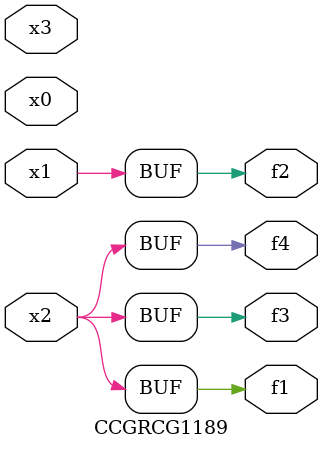
<source format=v>
module CCGRCG1189(
	input x0, x1, x2, x3,
	output f1, f2, f3, f4
);
	assign f1 = x2;
	assign f2 = x1;
	assign f3 = x2;
	assign f4 = x2;
endmodule

</source>
